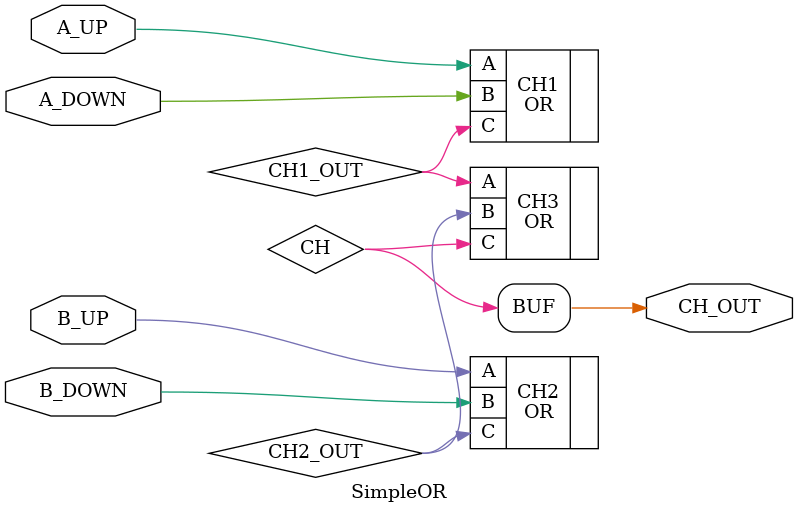
<source format=v>
`timescale 1ns / 1ps
module SimpleOR(
    input A_UP,
    input A_DOWN,
    input B_UP,
    input B_DOWN,
    output CH_OUT
    );

	
	wire CH1_OUT;
	wire CH2_OUT;
	
	wire CH;
	
	OR CH1 (
    .A(A_UP), 
    .B(A_DOWN), 
    .C(CH1_OUT)
    );
	 
	 OR CH2 (
    .A(B_UP), 
    .B(B_DOWN), 
    .C(CH2_OUT)
    );
	 
	 OR CH3 (
    .A(CH1_OUT), 
    .B(CH2_OUT), 
    .C(CH)
    );
	 
	 
	 
	assign CH_OUT = CH;

endmodule

</source>
